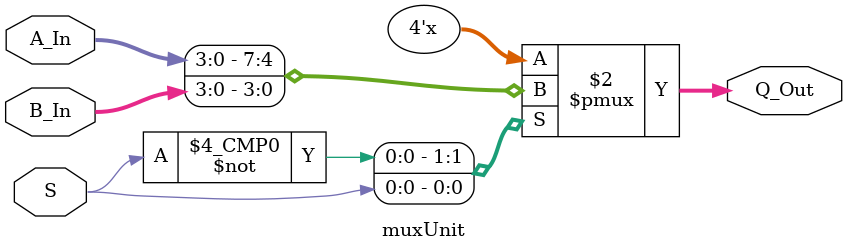
<source format=sv>















module select_adder(
								input  [15:0] A, B,
								input         cin,
								output [15:0] S,
								output        cout





);
				
		
		logic [3:0] s0 ,s1_0, s1_1, s2_0, s2_1, s3_0, s3_1;
		
		
		logic C4, C8, C12; 
		logic cout13_1, cout13_0, cout21_1, cout21_0, cout29_1, cout29_0;
		assign C8  = (cout13_1 & C4) | cout13_0;
		assign C12 = (cout21_1 & C8) | cout21_0;
		assign cout =(cout29_1 & C12) | cout29_0; 
		
    	four_bit_ra1 FRA0(.x(A[3:0]), .y(B[3:0]), .cin(cin), .s(S[3:0]), .cout(C4));
	
	
    	four_bit_ra1 FRA1(.x(A[7:4]), .y(B[7:4]), .cin(0), .s(s1_0),  .cout(cout13_0)); 
		four_bit_ra1 FRA4(.x(A[7:4]), .y(B[7:4]), .cin(1), .s(s1_1),  .cout(cout13_1));
		
		four_bit_ra1 FRA2(.x(A[11:8]), .y(B[11:8]), .cin(0), .s(s2_0), .cout(cout21_0));
		four_bit_ra1 FRA5(.x(A[11:8]), .y(B[11:8]), .cin(1), .s(s2_1), .cout(cout21_1));
		
		four_bit_ra1 FRA3(.x(A[15:12]), .y(B[15:12]), .cin(0), .s(s3_0), .cout(cout29_0));
		four_bit_ra1 FRA6(.x(A[15:12]), .y(B[15:12]), .cin(1), .s(s3_1), .cout(cout29_1));

		muxUnit mux0(.S(C4), .A_In(s1_0), .B_In(s1_1), .Q_Out(S[7:4]) );
		muxUnit mux1(.S(C8), .A_In(s2_0), .B_In(s2_1), .Q_Out(S[11:8]) );
		muxUnit mux2(.S(C12), .A_In(s3_0), .B_In(s3_1), .Q_Out(S[15:12])  );


endmodule 

//Q_Out?
//Output of adder is only instantiated with the mux 




 module four_bit_ra1(
						input[3:0] x,
						input[3:0] y, 
						input cin,
						output logic [3:0] s,
						output logic cout
						); 
									
			logic c0, c1, c2; 		
					
		full_adder1 fa0(.x(x[0]), .y(y[0]), .cin(cin), .s(s[0]), .cout(c0));
		full_adder1 fa1(.x(x[1]), .y(y[1]), .cin(c0), .s(s[1]), .cout(c1));
		full_adder1 fa2(.x(x[2]), .y(y[2]), .cin(c1), .s(s[2]), .cout(c2));
		full_adder1 fa3(.x(x[3]), .y(y[3]), .cin(c2), .s(s[3]), .cout(cout));
		
		
		endmodule
		
		
		
			  
	  
	  
	  

	  module full_adder1(
							input x,
							input y,
							input cin,
							output logic s,
							output logic cout
							);
							
							assign s = x^y^cin;
							assign cout = (x&y) | (y&cin) | (cin&x);					   
endmodule







module muxUnit(input	logic	 S,
					input	logic  [3:0] A_In,
					input logic	 [3:0] B_In,
					output logic [3:0] Q_Out);
						
		// 4 bit parallel multiplexer implemented using case statement
		
		
		
		always_comb
		begin 
				unique case(S)
						1'b0	:	Q_Out = A_In;
						1'b1	:	Q_Out = B_In;
				endcase
		end




endmodule 

</source>
